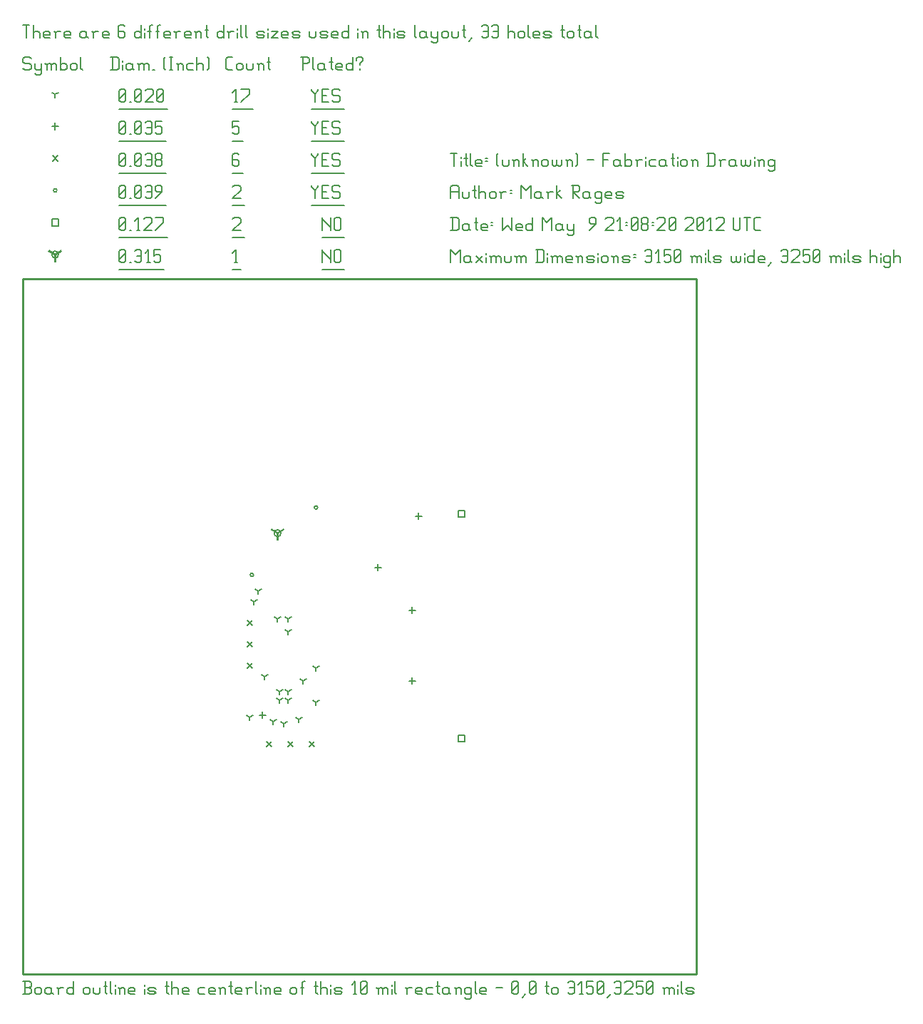
<source format=gbr>
G04 start of page 13 for group -3984 idx -3984 *
G04 Title: (unknown), fab *
G04 Creator: pcb 20091103 *
G04 CreationDate: Wed May  9 21:08:20 2012 UTC *
G04 For: markrages *
G04 Format: Gerber/RS-274X *
G04 PCB-Dimensions: 315000 325000 *
G04 PCB-Coordinate-Origin: lower left *
%MOIN*%
%FSLAX25Y25*%
%LNFAB*%
%ADD11C,0.0200*%
%ADD12C,0.0100*%
%ADD31R,0.0080X0.0080*%
%ADD32C,0.0060*%
G54D31*X119000Y206000D02*Y202800D01*
G54D11*G36*
X118453Y206147D02*X121919Y208147D01*
X122319Y207454D01*
X118853Y205454D01*
X118453Y206147D01*
G37*
G36*
X119146Y205454D02*X115680Y207454D01*
X116080Y208147D01*
X119546Y206147D01*
X119146Y205454D01*
G37*
G54D31*X117400Y206000D02*G75*G03X120600Y206000I1600J0D01*G01*
G75*G03X117400Y206000I-1600J0D01*G01*
X15000Y336250D02*Y333050D01*
G54D11*G36*
X14453Y336396D02*X17919Y338396D01*
X18319Y337703D01*
X14853Y335703D01*
X14453Y336396D01*
G37*
G36*
X15146Y335703D02*X11680Y337703D01*
X12080Y338396D01*
X15546Y336396D01*
X15146Y335703D01*
G37*
G54D31*X13400Y336250D02*G75*G03X16600Y336250I1600J0D01*G01*
G75*G03X13400Y336250I-1600J0D01*G01*
G54D32*X140000Y338500D02*Y332500D01*
Y338500D02*Y337750D01*
X143750Y334000D01*
Y338500D02*Y332500D01*
X145551Y337750D02*Y333250D01*
Y337750D02*X146301Y338500D01*
X147801D01*
X148551Y337750D01*
Y333250D01*
X147801Y332500D02*X148551Y333250D01*
X146301Y332500D02*X147801D01*
X145551Y333250D02*X146301Y332500D01*
X140000Y329249D02*X150353D01*
X98750Y332500D02*X100250D01*
X99500Y338500D02*Y332500D01*
X98000Y337000D02*X99500Y338500D01*
X98000Y329249D02*X102051D01*
X45000Y333250D02*X45750Y332500D01*
X45000Y337750D02*Y333250D01*
Y337750D02*X45750Y338500D01*
X47250D01*
X48000Y337750D01*
Y333250D01*
X47250Y332500D02*X48000Y333250D01*
X45750Y332500D02*X47250D01*
X45000Y334000D02*X48000Y337000D01*
X49801Y332500D02*X50551D01*
X52353Y337750D02*X53103Y338500D01*
X54603D01*
X55353Y337750D01*
Y333250D01*
X54603Y332500D02*X55353Y333250D01*
X53103Y332500D02*X54603D01*
X52353Y333250D02*X53103Y332500D01*
Y335500D02*X55353D01*
X57904Y332500D02*X59404D01*
X58654Y338500D02*Y332500D01*
X57154Y337000D02*X58654Y338500D01*
X61206D02*X64206D01*
X61206D02*Y335500D01*
X61956Y336250D01*
X63456D01*
X64206Y335500D01*
Y333250D01*
X63456Y332500D02*X64206Y333250D01*
X61956Y332500D02*X63456D01*
X61206Y333250D02*X61956Y332500D01*
X45000Y329249D02*X66007D01*
X203400Y111600D02*X206600D01*
X203400D02*Y108400D01*
X206600D01*
Y111600D02*Y108400D01*
X203400Y216600D02*X206600D01*
X203400D02*Y213400D01*
X206600D01*
Y216600D02*Y213400D01*
X13400Y352850D02*X16600D01*
X13400D02*Y349650D01*
X16600D01*
Y352850D02*Y349650D01*
X140000Y353500D02*Y347500D01*
Y353500D02*Y352750D01*
X143750Y349000D01*
Y353500D02*Y347500D01*
X145551Y352750D02*Y348250D01*
Y352750D02*X146301Y353500D01*
X147801D01*
X148551Y352750D01*
Y348250D01*
X147801Y347500D02*X148551Y348250D01*
X146301Y347500D02*X147801D01*
X145551Y348250D02*X146301Y347500D01*
X140000Y344249D02*X150353D01*
X98000Y352750D02*X98750Y353500D01*
X101000D01*
X101750Y352750D01*
Y351250D01*
X98000Y347500D02*X101750Y351250D01*
X98000Y347500D02*X101750D01*
X98000Y344249D02*X103551D01*
X45000Y348250D02*X45750Y347500D01*
X45000Y352750D02*Y348250D01*
Y352750D02*X45750Y353500D01*
X47250D01*
X48000Y352750D01*
Y348250D01*
X47250Y347500D02*X48000Y348250D01*
X45750Y347500D02*X47250D01*
X45000Y349000D02*X48000Y352000D01*
X49801Y347500D02*X50551D01*
X53103D02*X54603D01*
X53853Y353500D02*Y347500D01*
X52353Y352000D02*X53853Y353500D01*
X56404Y352750D02*X57154Y353500D01*
X59404D01*
X60154Y352750D01*
Y351250D01*
X56404Y347500D02*X60154Y351250D01*
X56404Y347500D02*X60154D01*
X61956D02*X65706Y351250D01*
Y353500D02*Y351250D01*
X61956Y353500D02*X65706D01*
X45000Y344249D02*X67507D01*
X106200Y186501D02*G75*G03X107800Y186501I800J0D01*G01*
G75*G03X106200Y186501I-800J0D01*G01*
X136200Y218000D02*G75*G03X137800Y218000I800J0D01*G01*
G75*G03X136200Y218000I-800J0D01*G01*
X14200Y366250D02*G75*G03X15800Y366250I800J0D01*G01*
G75*G03X14200Y366250I-800J0D01*G01*
X135000Y368500D02*Y367750D01*
X136500Y366250D01*
X138000Y367750D01*
Y368500D02*Y367750D01*
X136500Y366250D02*Y362500D01*
X139801Y365500D02*X142051D01*
X139801Y362500D02*X142801D01*
X139801Y368500D02*Y362500D01*
Y368500D02*X142801D01*
X147603D02*X148353Y367750D01*
X145353Y368500D02*X147603D01*
X144603Y367750D02*X145353Y368500D01*
X144603Y367750D02*Y366250D01*
X145353Y365500D01*
X147603D01*
X148353Y364750D01*
Y363250D01*
X147603Y362500D02*X148353Y363250D01*
X145353Y362500D02*X147603D01*
X144603Y363250D02*X145353Y362500D01*
X135000Y359249D02*X150154D01*
X98000Y367750D02*X98750Y368500D01*
X101000D01*
X101750Y367750D01*
Y366250D01*
X98000Y362500D02*X101750Y366250D01*
X98000Y362500D02*X101750D01*
X98000Y359249D02*X103551D01*
X45000Y363250D02*X45750Y362500D01*
X45000Y367750D02*Y363250D01*
Y367750D02*X45750Y368500D01*
X47250D01*
X48000Y367750D01*
Y363250D01*
X47250Y362500D02*X48000Y363250D01*
X45750Y362500D02*X47250D01*
X45000Y364000D02*X48000Y367000D01*
X49801Y362500D02*X50551D01*
X52353Y363250D02*X53103Y362500D01*
X52353Y367750D02*Y363250D01*
Y367750D02*X53103Y368500D01*
X54603D01*
X55353Y367750D01*
Y363250D01*
X54603Y362500D02*X55353Y363250D01*
X53103Y362500D02*X54603D01*
X52353Y364000D02*X55353Y367000D01*
X57154Y367750D02*X57904Y368500D01*
X59404D01*
X60154Y367750D01*
Y363250D01*
X59404Y362500D02*X60154Y363250D01*
X57904Y362500D02*X59404D01*
X57154Y363250D02*X57904Y362500D01*
Y365500D02*X60154D01*
X61956Y362500D02*X64956Y365500D01*
Y367750D02*Y365500D01*
X64206Y368500D02*X64956Y367750D01*
X62706Y368500D02*X64206D01*
X61956Y367750D02*X62706Y368500D01*
X61956Y367750D02*Y366250D01*
X62706Y365500D01*
X64956D01*
X45000Y359249D02*X66757D01*
X104800Y165200D02*X107200Y162800D01*
X104800D02*X107200Y165200D01*
X104800Y155200D02*X107200Y152800D01*
X104800D02*X107200Y155200D01*
X104800Y145200D02*X107200Y142800D01*
X104800D02*X107200Y145200D01*
X133800Y108700D02*X136200Y106300D01*
X133800D02*X136200Y108700D01*
X123800D02*X126200Y106300D01*
X123800D02*X126200Y108700D01*
X113800D02*X116200Y106300D01*
X113800D02*X116200Y108700D01*
X13800Y382450D02*X16200Y380050D01*
X13800D02*X16200Y382450D01*
X135000Y383500D02*Y382750D01*
X136500Y381250D01*
X138000Y382750D01*
Y383500D02*Y382750D01*
X136500Y381250D02*Y377500D01*
X139801Y380500D02*X142051D01*
X139801Y377500D02*X142801D01*
X139801Y383500D02*Y377500D01*
Y383500D02*X142801D01*
X147603D02*X148353Y382750D01*
X145353Y383500D02*X147603D01*
X144603Y382750D02*X145353Y383500D01*
X144603Y382750D02*Y381250D01*
X145353Y380500D01*
X147603D01*
X148353Y379750D01*
Y378250D01*
X147603Y377500D02*X148353Y378250D01*
X145353Y377500D02*X147603D01*
X144603Y378250D02*X145353Y377500D01*
X135000Y374249D02*X150154D01*
X100250Y383500D02*X101000Y382750D01*
X98750Y383500D02*X100250D01*
X98000Y382750D02*X98750Y383500D01*
X98000Y382750D02*Y378250D01*
X98750Y377500D01*
X100250Y380500D02*X101000Y379750D01*
X98000Y380500D02*X100250D01*
X98750Y377500D02*X100250D01*
X101000Y378250D01*
Y379750D02*Y378250D01*
X98000Y374249D02*X102801D01*
X45000Y378250D02*X45750Y377500D01*
X45000Y382750D02*Y378250D01*
Y382750D02*X45750Y383500D01*
X47250D01*
X48000Y382750D01*
Y378250D01*
X47250Y377500D02*X48000Y378250D01*
X45750Y377500D02*X47250D01*
X45000Y379000D02*X48000Y382000D01*
X49801Y377500D02*X50551D01*
X52353Y378250D02*X53103Y377500D01*
X52353Y382750D02*Y378250D01*
Y382750D02*X53103Y383500D01*
X54603D01*
X55353Y382750D01*
Y378250D01*
X54603Y377500D02*X55353Y378250D01*
X53103Y377500D02*X54603D01*
X52353Y379000D02*X55353Y382000D01*
X57154Y382750D02*X57904Y383500D01*
X59404D01*
X60154Y382750D01*
Y378250D01*
X59404Y377500D02*X60154Y378250D01*
X57904Y377500D02*X59404D01*
X57154Y378250D02*X57904Y377500D01*
Y380500D02*X60154D01*
X61956Y378250D02*X62706Y377500D01*
X61956Y379750D02*Y378250D01*
Y379750D02*X62706Y380500D01*
X64206D01*
X64956Y379750D01*
Y378250D01*
X64206Y377500D02*X64956Y378250D01*
X62706Y377500D02*X64206D01*
X61956Y381250D02*X62706Y380500D01*
X61956Y382750D02*Y381250D01*
Y382750D02*X62706Y383500D01*
X64206D01*
X64956Y382750D01*
Y381250D01*
X64206Y380500D02*X64956Y381250D01*
X45000Y374249D02*X66757D01*
X182000Y138600D02*Y135400D01*
X180400Y137000D02*X183600D01*
X182000Y171600D02*Y168400D01*
X180400Y170000D02*X183600D01*
X185000Y215600D02*Y212400D01*
X183400Y214000D02*X186600D01*
X112000Y122600D02*Y119400D01*
X110400Y121000D02*X113600D01*
X166000Y191600D02*Y188400D01*
X164400Y190000D02*X167600D01*
X15000Y397850D02*Y394650D01*
X13400Y396250D02*X16600D01*
X135000Y398500D02*Y397750D01*
X136500Y396250D01*
X138000Y397750D01*
Y398500D02*Y397750D01*
X136500Y396250D02*Y392500D01*
X139801Y395500D02*X142051D01*
X139801Y392500D02*X142801D01*
X139801Y398500D02*Y392500D01*
Y398500D02*X142801D01*
X147603D02*X148353Y397750D01*
X145353Y398500D02*X147603D01*
X144603Y397750D02*X145353Y398500D01*
X144603Y397750D02*Y396250D01*
X145353Y395500D01*
X147603D01*
X148353Y394750D01*
Y393250D01*
X147603Y392500D02*X148353Y393250D01*
X145353Y392500D02*X147603D01*
X144603Y393250D02*X145353Y392500D01*
X135000Y389249D02*X150154D01*
X98000Y398500D02*X101000D01*
X98000D02*Y395500D01*
X98750Y396250D01*
X100250D01*
X101000Y395500D01*
Y393250D01*
X100250Y392500D02*X101000Y393250D01*
X98750Y392500D02*X100250D01*
X98000Y393250D02*X98750Y392500D01*
X98000Y389249D02*X102801D01*
X45000Y393250D02*X45750Y392500D01*
X45000Y397750D02*Y393250D01*
Y397750D02*X45750Y398500D01*
X47250D01*
X48000Y397750D01*
Y393250D01*
X47250Y392500D02*X48000Y393250D01*
X45750Y392500D02*X47250D01*
X45000Y394000D02*X48000Y397000D01*
X49801Y392500D02*X50551D01*
X52353Y393250D02*X53103Y392500D01*
X52353Y397750D02*Y393250D01*
Y397750D02*X53103Y398500D01*
X54603D01*
X55353Y397750D01*
Y393250D01*
X54603Y392500D02*X55353Y393250D01*
X53103Y392500D02*X54603D01*
X52353Y394000D02*X55353Y397000D01*
X57154Y397750D02*X57904Y398500D01*
X59404D01*
X60154Y397750D01*
Y393250D01*
X59404Y392500D02*X60154Y393250D01*
X57904Y392500D02*X59404D01*
X57154Y393250D02*X57904Y392500D01*
Y395500D02*X60154D01*
X61956Y398500D02*X64956D01*
X61956D02*Y395500D01*
X62706Y396250D01*
X64206D01*
X64956Y395500D01*
Y393250D01*
X64206Y392500D02*X64956Y393250D01*
X62706Y392500D02*X64206D01*
X61956Y393250D02*X62706Y392500D01*
X45000Y389249D02*X66757D01*
X129000Y119000D02*Y117400D01*
Y119000D02*X130386Y119800D01*
X129000Y119000D02*X127614Y119800D01*
X137000Y127000D02*Y125400D01*
Y127000D02*X138386Y127800D01*
X137000Y127000D02*X135614Y127800D01*
X137000Y143000D02*Y141400D01*
Y143000D02*X138386Y143800D01*
X137000Y143000D02*X135614Y143800D01*
X106000Y120000D02*Y118400D01*
Y120000D02*X107386Y120800D01*
X106000Y120000D02*X104614Y120800D01*
X117000Y118000D02*Y116400D01*
Y118000D02*X118386Y118800D01*
X117000Y118000D02*X115614Y118800D01*
X124000Y128000D02*Y126400D01*
Y128000D02*X125386Y128800D01*
X124000Y128000D02*X122614Y128800D01*
X124000Y160000D02*Y158400D01*
Y160000D02*X125386Y160800D01*
X124000Y160000D02*X122614Y160800D01*
X124000Y166000D02*Y164400D01*
Y166000D02*X125386Y166800D01*
X124000Y166000D02*X122614Y166800D01*
X119000Y166000D02*Y164400D01*
Y166000D02*X120386Y166800D01*
X119000Y166000D02*X117614Y166800D01*
X110000Y179000D02*Y177400D01*
Y179000D02*X111386Y179800D01*
X110000Y179000D02*X108614Y179800D01*
X108000Y174000D02*Y172400D01*
Y174000D02*X109386Y174800D01*
X108000Y174000D02*X106614Y174800D01*
X122000Y117000D02*Y115400D01*
Y117000D02*X123386Y117800D01*
X122000Y117000D02*X120614Y117800D01*
X113000Y139000D02*Y137400D01*
Y139000D02*X114386Y139800D01*
X113000Y139000D02*X111614Y139800D01*
X124000Y132000D02*Y130400D01*
Y132000D02*X125386Y132800D01*
X124000Y132000D02*X122614Y132800D01*
X120000Y132000D02*Y130400D01*
Y132000D02*X121386Y132800D01*
X120000Y132000D02*X118614Y132800D01*
X120000Y128000D02*Y126400D01*
Y128000D02*X121386Y128800D01*
X120000Y128000D02*X118614Y128800D01*
X131000Y137000D02*Y135400D01*
Y137000D02*X132386Y137800D01*
X131000Y137000D02*X129614Y137800D01*
X15000Y411250D02*Y409650D01*
Y411250D02*X16386Y412050D01*
X15000Y411250D02*X13614Y412050D01*
X135000Y413500D02*Y412750D01*
X136500Y411250D01*
X138000Y412750D01*
Y413500D02*Y412750D01*
X136500Y411250D02*Y407500D01*
X139801Y410500D02*X142051D01*
X139801Y407500D02*X142801D01*
X139801Y413500D02*Y407500D01*
Y413500D02*X142801D01*
X147603D02*X148353Y412750D01*
X145353Y413500D02*X147603D01*
X144603Y412750D02*X145353Y413500D01*
X144603Y412750D02*Y411250D01*
X145353Y410500D01*
X147603D01*
X148353Y409750D01*
Y408250D01*
X147603Y407500D02*X148353Y408250D01*
X145353Y407500D02*X147603D01*
X144603Y408250D02*X145353Y407500D01*
X135000Y404249D02*X150154D01*
X98750Y407500D02*X100250D01*
X99500Y413500D02*Y407500D01*
X98000Y412000D02*X99500Y413500D01*
X102051Y407500D02*X105801Y411250D01*
Y413500D02*Y411250D01*
X102051Y413500D02*X105801D01*
X98000Y404249D02*X107603D01*
X45000Y408250D02*X45750Y407500D01*
X45000Y412750D02*Y408250D01*
Y412750D02*X45750Y413500D01*
X47250D01*
X48000Y412750D01*
Y408250D01*
X47250Y407500D02*X48000Y408250D01*
X45750Y407500D02*X47250D01*
X45000Y409000D02*X48000Y412000D01*
X49801Y407500D02*X50551D01*
X52353Y408250D02*X53103Y407500D01*
X52353Y412750D02*Y408250D01*
Y412750D02*X53103Y413500D01*
X54603D01*
X55353Y412750D01*
Y408250D01*
X54603Y407500D02*X55353Y408250D01*
X53103Y407500D02*X54603D01*
X52353Y409000D02*X55353Y412000D01*
X57154Y412750D02*X57904Y413500D01*
X60154D01*
X60904Y412750D01*
Y411250D01*
X57154Y407500D02*X60904Y411250D01*
X57154Y407500D02*X60904D01*
X62706Y408250D02*X63456Y407500D01*
X62706Y412750D02*Y408250D01*
Y412750D02*X63456Y413500D01*
X64956D01*
X65706Y412750D01*
Y408250D01*
X64956Y407500D02*X65706Y408250D01*
X63456Y407500D02*X64956D01*
X62706Y409000D02*X65706Y412000D01*
X45000Y404249D02*X67507D01*
X3000Y428500D02*X3750Y427750D01*
X750Y428500D02*X3000D01*
X0Y427750D02*X750Y428500D01*
X0Y427750D02*Y426250D01*
X750Y425500D01*
X3000D01*
X3750Y424750D01*
Y423250D01*
X3000Y422500D02*X3750Y423250D01*
X750Y422500D02*X3000D01*
X0Y423250D02*X750Y422500D01*
X5551Y425500D02*Y423250D01*
X6301Y422500D01*
X8551Y425500D02*Y421000D01*
X7801Y420250D02*X8551Y421000D01*
X6301Y420250D02*X7801D01*
X5551Y421000D02*X6301Y420250D01*
Y422500D02*X7801D01*
X8551Y423250D01*
X11103Y424750D02*Y422500D01*
Y424750D02*X11853Y425500D01*
X12603D01*
X13353Y424750D01*
Y422500D01*
Y424750D02*X14103Y425500D01*
X14853D01*
X15603Y424750D01*
Y422500D01*
X10353Y425500D02*X11103Y424750D01*
X17404Y428500D02*Y422500D01*
Y423250D02*X18154Y422500D01*
X19654D01*
X20404Y423250D01*
Y424750D02*Y423250D01*
X19654Y425500D02*X20404Y424750D01*
X18154Y425500D02*X19654D01*
X17404Y424750D02*X18154Y425500D01*
X22206Y424750D02*Y423250D01*
Y424750D02*X22956Y425500D01*
X24456D01*
X25206Y424750D01*
Y423250D01*
X24456Y422500D02*X25206Y423250D01*
X22956Y422500D02*X24456D01*
X22206Y423250D02*X22956Y422500D01*
X27007Y428500D02*Y423250D01*
X27757Y422500D01*
X41750Y428500D02*Y422500D01*
X44000Y428500D02*X44750Y427750D01*
Y423250D01*
X44000Y422500D02*X44750Y423250D01*
X41000Y422500D02*X44000D01*
X41000Y428500D02*X44000D01*
X46551Y427000D02*Y426250D01*
Y424750D02*Y422500D01*
X50303Y425500D02*X51053Y424750D01*
X48803Y425500D02*X50303D01*
X48053Y424750D02*X48803Y425500D01*
X48053Y424750D02*Y423250D01*
X48803Y422500D01*
X51053Y425500D02*Y423250D01*
X51803Y422500D01*
X48803D02*X50303D01*
X51053Y423250D01*
X54354Y424750D02*Y422500D01*
Y424750D02*X55104Y425500D01*
X55854D01*
X56604Y424750D01*
Y422500D01*
Y424750D02*X57354Y425500D01*
X58104D01*
X58854Y424750D01*
Y422500D01*
X53604Y425500D02*X54354Y424750D01*
X60656Y422500D02*X61406D01*
X65907Y423250D02*X66657Y422500D01*
X65907Y427750D02*X66657Y428500D01*
X65907Y427750D02*Y423250D01*
X68459Y428500D02*X69959D01*
X69209D02*Y422500D01*
X68459D02*X69959D01*
X72510Y424750D02*Y422500D01*
Y424750D02*X73260Y425500D01*
X74010D01*
X74760Y424750D01*
Y422500D01*
X71760Y425500D02*X72510Y424750D01*
X77312Y425500D02*X79562D01*
X76562Y424750D02*X77312Y425500D01*
X76562Y424750D02*Y423250D01*
X77312Y422500D01*
X79562D01*
X81363Y428500D02*Y422500D01*
Y424750D02*X82113Y425500D01*
X83613D01*
X84363Y424750D01*
Y422500D01*
X86165Y428500D02*X86915Y427750D01*
Y423250D01*
X86165Y422500D02*X86915Y423250D01*
X95750Y422500D02*X98000D01*
X95000Y423250D02*X95750Y422500D01*
X95000Y427750D02*Y423250D01*
Y427750D02*X95750Y428500D01*
X98000D01*
X99801Y424750D02*Y423250D01*
Y424750D02*X100551Y425500D01*
X102051D01*
X102801Y424750D01*
Y423250D01*
X102051Y422500D02*X102801Y423250D01*
X100551Y422500D02*X102051D01*
X99801Y423250D02*X100551Y422500D01*
X104603Y425500D02*Y423250D01*
X105353Y422500D01*
X106853D01*
X107603Y423250D01*
Y425500D02*Y423250D01*
X110154Y424750D02*Y422500D01*
Y424750D02*X110904Y425500D01*
X111654D01*
X112404Y424750D01*
Y422500D01*
X109404Y425500D02*X110154Y424750D01*
X114956Y428500D02*Y423250D01*
X115706Y422500D01*
X114206Y426250D02*X115706D01*
X130750Y428500D02*Y422500D01*
X130000Y428500D02*X133000D01*
X133750Y427750D01*
Y426250D01*
X133000Y425500D02*X133750Y426250D01*
X130750Y425500D02*X133000D01*
X135551Y428500D02*Y423250D01*
X136301Y422500D01*
X140053Y425500D02*X140803Y424750D01*
X138553Y425500D02*X140053D01*
X137803Y424750D02*X138553Y425500D01*
X137803Y424750D02*Y423250D01*
X138553Y422500D01*
X140803Y425500D02*Y423250D01*
X141553Y422500D01*
X138553D02*X140053D01*
X140803Y423250D01*
X144104Y428500D02*Y423250D01*
X144854Y422500D01*
X143354Y426250D02*X144854D01*
X147106Y422500D02*X149356D01*
X146356Y423250D02*X147106Y422500D01*
X146356Y424750D02*Y423250D01*
Y424750D02*X147106Y425500D01*
X148606D01*
X149356Y424750D01*
X146356Y424000D02*X149356D01*
Y424750D02*Y424000D01*
X154157Y428500D02*Y422500D01*
X153407D02*X154157Y423250D01*
X151907Y422500D02*X153407D01*
X151157Y423250D02*X151907Y422500D01*
X151157Y424750D02*Y423250D01*
Y424750D02*X151907Y425500D01*
X153407D01*
X154157Y424750D01*
X157459Y425500D02*Y424750D01*
Y423250D02*Y422500D01*
X155959Y427750D02*Y427000D01*
Y427750D02*X156709Y428500D01*
X158209D01*
X158959Y427750D01*
Y427000D01*
X157459Y425500D02*X158959Y427000D01*
X0Y443500D02*X3000D01*
X1500D02*Y437500D01*
X4801Y443500D02*Y437500D01*
Y439750D02*X5551Y440500D01*
X7051D01*
X7801Y439750D01*
Y437500D01*
X10353D02*X12603D01*
X9603Y438250D02*X10353Y437500D01*
X9603Y439750D02*Y438250D01*
Y439750D02*X10353Y440500D01*
X11853D01*
X12603Y439750D01*
X9603Y439000D02*X12603D01*
Y439750D02*Y439000D01*
X15154Y439750D02*Y437500D01*
Y439750D02*X15904Y440500D01*
X17404D01*
X14404D02*X15154Y439750D01*
X19956Y437500D02*X22206D01*
X19206Y438250D02*X19956Y437500D01*
X19206Y439750D02*Y438250D01*
Y439750D02*X19956Y440500D01*
X21456D01*
X22206Y439750D01*
X19206Y439000D02*X22206D01*
Y439750D02*Y439000D01*
X28957Y440500D02*X29707Y439750D01*
X27457Y440500D02*X28957D01*
X26707Y439750D02*X27457Y440500D01*
X26707Y439750D02*Y438250D01*
X27457Y437500D01*
X29707Y440500D02*Y438250D01*
X30457Y437500D01*
X27457D02*X28957D01*
X29707Y438250D01*
X33009Y439750D02*Y437500D01*
Y439750D02*X33759Y440500D01*
X35259D01*
X32259D02*X33009Y439750D01*
X37810Y437500D02*X40060D01*
X37060Y438250D02*X37810Y437500D01*
X37060Y439750D02*Y438250D01*
Y439750D02*X37810Y440500D01*
X39310D01*
X40060Y439750D01*
X37060Y439000D02*X40060D01*
Y439750D02*Y439000D01*
X46812Y443500D02*X47562Y442750D01*
X45312Y443500D02*X46812D01*
X44562Y442750D02*X45312Y443500D01*
X44562Y442750D02*Y438250D01*
X45312Y437500D01*
X46812Y440500D02*X47562Y439750D01*
X44562Y440500D02*X46812D01*
X45312Y437500D02*X46812D01*
X47562Y438250D01*
Y439750D02*Y438250D01*
X55063Y443500D02*Y437500D01*
X54313D02*X55063Y438250D01*
X52813Y437500D02*X54313D01*
X52063Y438250D02*X52813Y437500D01*
X52063Y439750D02*Y438250D01*
Y439750D02*X52813Y440500D01*
X54313D01*
X55063Y439750D01*
X56865Y442000D02*Y441250D01*
Y439750D02*Y437500D01*
X59116Y442750D02*Y437500D01*
Y442750D02*X59866Y443500D01*
X60616D01*
X58366Y440500D02*X59866D01*
X62868Y442750D02*Y437500D01*
Y442750D02*X63618Y443500D01*
X64368D01*
X62118Y440500D02*X63618D01*
X66619Y437500D02*X68869D01*
X65869Y438250D02*X66619Y437500D01*
X65869Y439750D02*Y438250D01*
Y439750D02*X66619Y440500D01*
X68119D01*
X68869Y439750D01*
X65869Y439000D02*X68869D01*
Y439750D02*Y439000D01*
X71421Y439750D02*Y437500D01*
Y439750D02*X72171Y440500D01*
X73671D01*
X70671D02*X71421Y439750D01*
X76222Y437500D02*X78472D01*
X75472Y438250D02*X76222Y437500D01*
X75472Y439750D02*Y438250D01*
Y439750D02*X76222Y440500D01*
X77722D01*
X78472Y439750D01*
X75472Y439000D02*X78472D01*
Y439750D02*Y439000D01*
X81024Y439750D02*Y437500D01*
Y439750D02*X81774Y440500D01*
X82524D01*
X83274Y439750D01*
Y437500D01*
X80274Y440500D02*X81024Y439750D01*
X85825Y443500D02*Y438250D01*
X86575Y437500D01*
X85075Y441250D02*X86575D01*
X93777Y443500D02*Y437500D01*
X93027D02*X93777Y438250D01*
X91527Y437500D02*X93027D01*
X90777Y438250D02*X91527Y437500D01*
X90777Y439750D02*Y438250D01*
Y439750D02*X91527Y440500D01*
X93027D01*
X93777Y439750D01*
X96328D02*Y437500D01*
Y439750D02*X97078Y440500D01*
X98578D01*
X95578D02*X96328Y439750D01*
X100380Y442000D02*Y441250D01*
Y439750D02*Y437500D01*
X101881Y443500D02*Y438250D01*
X102631Y437500D01*
X104133Y443500D02*Y438250D01*
X104883Y437500D01*
X109834D02*X112084D01*
X112834Y438250D01*
X112084Y439000D02*X112834Y438250D01*
X109834Y439000D02*X112084D01*
X109084Y439750D02*X109834Y439000D01*
X109084Y439750D02*X109834Y440500D01*
X112084D01*
X112834Y439750D01*
X109084Y438250D02*X109834Y437500D01*
X114636Y442000D02*Y441250D01*
Y439750D02*Y437500D01*
X116137Y440500D02*X119137D01*
X116137Y437500D02*X119137Y440500D01*
X116137Y437500D02*X119137D01*
X121689D02*X123939D01*
X120939Y438250D02*X121689Y437500D01*
X120939Y439750D02*Y438250D01*
Y439750D02*X121689Y440500D01*
X123189D01*
X123939Y439750D01*
X120939Y439000D02*X123939D01*
Y439750D02*Y439000D01*
X126490Y437500D02*X128740D01*
X129490Y438250D01*
X128740Y439000D02*X129490Y438250D01*
X126490Y439000D02*X128740D01*
X125740Y439750D02*X126490Y439000D01*
X125740Y439750D02*X126490Y440500D01*
X128740D01*
X129490Y439750D01*
X125740Y438250D02*X126490Y437500D01*
X133992Y440500D02*Y438250D01*
X134742Y437500D01*
X136242D01*
X136992Y438250D01*
Y440500D02*Y438250D01*
X139543Y437500D02*X141793D01*
X142543Y438250D01*
X141793Y439000D02*X142543Y438250D01*
X139543Y439000D02*X141793D01*
X138793Y439750D02*X139543Y439000D01*
X138793Y439750D02*X139543Y440500D01*
X141793D01*
X142543Y439750D01*
X138793Y438250D02*X139543Y437500D01*
X145095D02*X147345D01*
X144345Y438250D02*X145095Y437500D01*
X144345Y439750D02*Y438250D01*
Y439750D02*X145095Y440500D01*
X146595D01*
X147345Y439750D01*
X144345Y439000D02*X147345D01*
Y439750D02*Y439000D01*
X152146Y443500D02*Y437500D01*
X151396D02*X152146Y438250D01*
X149896Y437500D02*X151396D01*
X149146Y438250D02*X149896Y437500D01*
X149146Y439750D02*Y438250D01*
Y439750D02*X149896Y440500D01*
X151396D01*
X152146Y439750D01*
X156648Y442000D02*Y441250D01*
Y439750D02*Y437500D01*
X158899Y439750D02*Y437500D01*
Y439750D02*X159649Y440500D01*
X160399D01*
X161149Y439750D01*
Y437500D01*
X158149Y440500D02*X158899Y439750D01*
X166401Y443500D02*Y438250D01*
X167151Y437500D01*
X165651Y441250D02*X167151D01*
X168652Y443500D02*Y437500D01*
Y439750D02*X169402Y440500D01*
X170902D01*
X171652Y439750D01*
Y437500D01*
X173454Y442000D02*Y441250D01*
Y439750D02*Y437500D01*
X175705D02*X177955D01*
X178705Y438250D01*
X177955Y439000D02*X178705Y438250D01*
X175705Y439000D02*X177955D01*
X174955Y439750D02*X175705Y439000D01*
X174955Y439750D02*X175705Y440500D01*
X177955D01*
X178705Y439750D01*
X174955Y438250D02*X175705Y437500D01*
X183207Y443500D02*Y438250D01*
X183957Y437500D01*
X187708Y440500D02*X188458Y439750D01*
X186208Y440500D02*X187708D01*
X185458Y439750D02*X186208Y440500D01*
X185458Y439750D02*Y438250D01*
X186208Y437500D01*
X188458Y440500D02*Y438250D01*
X189208Y437500D01*
X186208D02*X187708D01*
X188458Y438250D01*
X191010Y440500D02*Y438250D01*
X191760Y437500D01*
X194010Y440500D02*Y436000D01*
X193260Y435250D02*X194010Y436000D01*
X191760Y435250D02*X193260D01*
X191010Y436000D02*X191760Y435250D01*
Y437500D02*X193260D01*
X194010Y438250D01*
X195811Y439750D02*Y438250D01*
Y439750D02*X196561Y440500D01*
X198061D01*
X198811Y439750D01*
Y438250D01*
X198061Y437500D02*X198811Y438250D01*
X196561Y437500D02*X198061D01*
X195811Y438250D02*X196561Y437500D01*
X200613Y440500D02*Y438250D01*
X201363Y437500D01*
X202863D01*
X203613Y438250D01*
Y440500D02*Y438250D01*
X206164Y443500D02*Y438250D01*
X206914Y437500D01*
X205414Y441250D02*X206914D01*
X208416Y436000D02*X209916Y437500D01*
X214417Y442750D02*X215167Y443500D01*
X216667D01*
X217417Y442750D01*
Y438250D01*
X216667Y437500D02*X217417Y438250D01*
X215167Y437500D02*X216667D01*
X214417Y438250D02*X215167Y437500D01*
Y440500D02*X217417D01*
X219219Y442750D02*X219969Y443500D01*
X221469D01*
X222219Y442750D01*
Y438250D01*
X221469Y437500D02*X222219Y438250D01*
X219969Y437500D02*X221469D01*
X219219Y438250D02*X219969Y437500D01*
Y440500D02*X222219D01*
X226720Y443500D02*Y437500D01*
Y439750D02*X227470Y440500D01*
X228970D01*
X229720Y439750D01*
Y437500D01*
X231522Y439750D02*Y438250D01*
Y439750D02*X232272Y440500D01*
X233772D01*
X234522Y439750D01*
Y438250D01*
X233772Y437500D02*X234522Y438250D01*
X232272Y437500D02*X233772D01*
X231522Y438250D02*X232272Y437500D01*
X236323Y443500D02*Y438250D01*
X237073Y437500D01*
X239325D02*X241575D01*
X238575Y438250D02*X239325Y437500D01*
X238575Y439750D02*Y438250D01*
Y439750D02*X239325Y440500D01*
X240825D01*
X241575Y439750D01*
X238575Y439000D02*X241575D01*
Y439750D02*Y439000D01*
X244126Y437500D02*X246376D01*
X247126Y438250D01*
X246376Y439000D02*X247126Y438250D01*
X244126Y439000D02*X246376D01*
X243376Y439750D02*X244126Y439000D01*
X243376Y439750D02*X244126Y440500D01*
X246376D01*
X247126Y439750D01*
X243376Y438250D02*X244126Y437500D01*
X252378Y443500D02*Y438250D01*
X253128Y437500D01*
X251628Y441250D02*X253128D01*
X254629Y439750D02*Y438250D01*
Y439750D02*X255379Y440500D01*
X256879D01*
X257629Y439750D01*
Y438250D01*
X256879Y437500D02*X257629Y438250D01*
X255379Y437500D02*X256879D01*
X254629Y438250D02*X255379Y437500D01*
X260181Y443500D02*Y438250D01*
X260931Y437500D01*
X259431Y441250D02*X260931D01*
X264682Y440500D02*X265432Y439750D01*
X263182Y440500D02*X264682D01*
X262432Y439750D02*X263182Y440500D01*
X262432Y439750D02*Y438250D01*
X263182Y437500D01*
X265432Y440500D02*Y438250D01*
X266182Y437500D01*
X263182D02*X264682D01*
X265432Y438250D01*
X267984Y443500D02*Y438250D01*
X268734Y437500D01*
G54D12*X0Y325000D02*X315000D01*
X0D02*Y0D01*
X315000Y325000D02*Y0D01*
X0D02*X315000D01*
G54D32*X200000Y338500D02*Y332500D01*
Y338500D02*X202250Y336250D01*
X204500Y338500D01*
Y332500D01*
X208551Y335500D02*X209301Y334750D01*
X207051Y335500D02*X208551D01*
X206301Y334750D02*X207051Y335500D01*
X206301Y334750D02*Y333250D01*
X207051Y332500D01*
X209301Y335500D02*Y333250D01*
X210051Y332500D01*
X207051D02*X208551D01*
X209301Y333250D01*
X211853Y335500D02*X214853Y332500D01*
X211853D02*X214853Y335500D01*
X216654Y337000D02*Y336250D01*
Y334750D02*Y332500D01*
X218906Y334750D02*Y332500D01*
Y334750D02*X219656Y335500D01*
X220406D01*
X221156Y334750D01*
Y332500D01*
Y334750D02*X221906Y335500D01*
X222656D01*
X223406Y334750D01*
Y332500D01*
X218156Y335500D02*X218906Y334750D01*
X225207Y335500D02*Y333250D01*
X225957Y332500D01*
X227457D01*
X228207Y333250D01*
Y335500D02*Y333250D01*
X230759Y334750D02*Y332500D01*
Y334750D02*X231509Y335500D01*
X232259D01*
X233009Y334750D01*
Y332500D01*
Y334750D02*X233759Y335500D01*
X234509D01*
X235259Y334750D01*
Y332500D01*
X230009Y335500D02*X230759Y334750D01*
X240510Y338500D02*Y332500D01*
X242760Y338500D02*X243510Y337750D01*
Y333250D01*
X242760Y332500D02*X243510Y333250D01*
X239760Y332500D02*X242760D01*
X239760Y338500D02*X242760D01*
X245312Y337000D02*Y336250D01*
Y334750D02*Y332500D01*
X247563Y334750D02*Y332500D01*
Y334750D02*X248313Y335500D01*
X249063D01*
X249813Y334750D01*
Y332500D01*
Y334750D02*X250563Y335500D01*
X251313D01*
X252063Y334750D01*
Y332500D01*
X246813Y335500D02*X247563Y334750D01*
X254615Y332500D02*X256865D01*
X253865Y333250D02*X254615Y332500D01*
X253865Y334750D02*Y333250D01*
Y334750D02*X254615Y335500D01*
X256115D01*
X256865Y334750D01*
X253865Y334000D02*X256865D01*
Y334750D02*Y334000D01*
X259416Y334750D02*Y332500D01*
Y334750D02*X260166Y335500D01*
X260916D01*
X261666Y334750D01*
Y332500D01*
X258666Y335500D02*X259416Y334750D01*
X264218Y332500D02*X266468D01*
X267218Y333250D01*
X266468Y334000D02*X267218Y333250D01*
X264218Y334000D02*X266468D01*
X263468Y334750D02*X264218Y334000D01*
X263468Y334750D02*X264218Y335500D01*
X266468D01*
X267218Y334750D01*
X263468Y333250D02*X264218Y332500D01*
X269019Y337000D02*Y336250D01*
Y334750D02*Y332500D01*
X270521Y334750D02*Y333250D01*
Y334750D02*X271271Y335500D01*
X272771D01*
X273521Y334750D01*
Y333250D01*
X272771Y332500D02*X273521Y333250D01*
X271271Y332500D02*X272771D01*
X270521Y333250D02*X271271Y332500D01*
X276072Y334750D02*Y332500D01*
Y334750D02*X276822Y335500D01*
X277572D01*
X278322Y334750D01*
Y332500D01*
X275322Y335500D02*X276072Y334750D01*
X280874Y332500D02*X283124D01*
X283874Y333250D01*
X283124Y334000D02*X283874Y333250D01*
X280874Y334000D02*X283124D01*
X280124Y334750D02*X280874Y334000D01*
X280124Y334750D02*X280874Y335500D01*
X283124D01*
X283874Y334750D01*
X280124Y333250D02*X280874Y332500D01*
X285675Y336250D02*X286425D01*
X285675Y334750D02*X286425D01*
X290927Y337750D02*X291677Y338500D01*
X293177D01*
X293927Y337750D01*
Y333250D01*
X293177Y332500D02*X293927Y333250D01*
X291677Y332500D02*X293177D01*
X290927Y333250D02*X291677Y332500D01*
Y335500D02*X293927D01*
X296478Y332500D02*X297978D01*
X297228Y338500D02*Y332500D01*
X295728Y337000D02*X297228Y338500D01*
X299780D02*X302780D01*
X299780D02*Y335500D01*
X300530Y336250D01*
X302030D01*
X302780Y335500D01*
Y333250D01*
X302030Y332500D02*X302780Y333250D01*
X300530Y332500D02*X302030D01*
X299780Y333250D02*X300530Y332500D01*
X304581Y333250D02*X305331Y332500D01*
X304581Y337750D02*Y333250D01*
Y337750D02*X305331Y338500D01*
X306831D01*
X307581Y337750D01*
Y333250D01*
X306831Y332500D02*X307581Y333250D01*
X305331Y332500D02*X306831D01*
X304581Y334000D02*X307581Y337000D01*
X312833Y334750D02*Y332500D01*
Y334750D02*X313583Y335500D01*
X314333D01*
X315083Y334750D01*
Y332500D01*
Y334750D02*X315833Y335500D01*
X316583D01*
X317333Y334750D01*
Y332500D01*
X312083Y335500D02*X312833Y334750D01*
X319134Y337000D02*Y336250D01*
Y334750D02*Y332500D01*
X320636Y338500D02*Y333250D01*
X321386Y332500D01*
X323637D02*X325887D01*
X326637Y333250D01*
X325887Y334000D02*X326637Y333250D01*
X323637Y334000D02*X325887D01*
X322887Y334750D02*X323637Y334000D01*
X322887Y334750D02*X323637Y335500D01*
X325887D01*
X326637Y334750D01*
X322887Y333250D02*X323637Y332500D01*
X331139Y335500D02*Y333250D01*
X331889Y332500D01*
X332639D01*
X333389Y333250D01*
Y335500D02*Y333250D01*
X334139Y332500D01*
X334889D01*
X335639Y333250D01*
Y335500D02*Y333250D01*
X337440Y337000D02*Y336250D01*
Y334750D02*Y332500D01*
X341942Y338500D02*Y332500D01*
X341192D02*X341942Y333250D01*
X339692Y332500D02*X341192D01*
X338942Y333250D02*X339692Y332500D01*
X338942Y334750D02*Y333250D01*
Y334750D02*X339692Y335500D01*
X341192D01*
X341942Y334750D01*
X344493Y332500D02*X346743D01*
X343743Y333250D02*X344493Y332500D01*
X343743Y334750D02*Y333250D01*
Y334750D02*X344493Y335500D01*
X345993D01*
X346743Y334750D01*
X343743Y334000D02*X346743D01*
Y334750D02*Y334000D01*
X348545Y331000D02*X350045Y332500D01*
X354546Y337750D02*X355296Y338500D01*
X356796D01*
X357546Y337750D01*
Y333250D01*
X356796Y332500D02*X357546Y333250D01*
X355296Y332500D02*X356796D01*
X354546Y333250D02*X355296Y332500D01*
Y335500D02*X357546D01*
X359348Y337750D02*X360098Y338500D01*
X362348D01*
X363098Y337750D01*
Y336250D01*
X359348Y332500D02*X363098Y336250D01*
X359348Y332500D02*X363098D01*
X364899Y338500D02*X367899D01*
X364899D02*Y335500D01*
X365649Y336250D01*
X367149D01*
X367899Y335500D01*
Y333250D01*
X367149Y332500D02*X367899Y333250D01*
X365649Y332500D02*X367149D01*
X364899Y333250D02*X365649Y332500D01*
X369701Y333250D02*X370451Y332500D01*
X369701Y337750D02*Y333250D01*
Y337750D02*X370451Y338500D01*
X371951D01*
X372701Y337750D01*
Y333250D01*
X371951Y332500D02*X372701Y333250D01*
X370451Y332500D02*X371951D01*
X369701Y334000D02*X372701Y337000D01*
X377952Y334750D02*Y332500D01*
Y334750D02*X378702Y335500D01*
X379452D01*
X380202Y334750D01*
Y332500D01*
Y334750D02*X380952Y335500D01*
X381702D01*
X382452Y334750D01*
Y332500D01*
X377202Y335500D02*X377952Y334750D01*
X384254Y337000D02*Y336250D01*
Y334750D02*Y332500D01*
X385755Y338500D02*Y333250D01*
X386505Y332500D01*
X388757D02*X391007D01*
X391757Y333250D01*
X391007Y334000D02*X391757Y333250D01*
X388757Y334000D02*X391007D01*
X388007Y334750D02*X388757Y334000D01*
X388007Y334750D02*X388757Y335500D01*
X391007D01*
X391757Y334750D01*
X388007Y333250D02*X388757Y332500D01*
X396258Y338500D02*Y332500D01*
Y334750D02*X397008Y335500D01*
X398508D01*
X399258Y334750D01*
Y332500D01*
X401060Y337000D02*Y336250D01*
Y334750D02*Y332500D01*
X404811Y335500D02*X405561Y334750D01*
X403311Y335500D02*X404811D01*
X402561Y334750D02*X403311Y335500D01*
X402561Y334750D02*Y333250D01*
X403311Y332500D01*
X404811D01*
X405561Y333250D01*
X402561Y331000D02*X403311Y330250D01*
X404811D01*
X405561Y331000D01*
Y335500D02*Y331000D01*
X407363Y338500D02*Y332500D01*
Y334750D02*X408113Y335500D01*
X409613D01*
X410363Y334750D01*
Y332500D01*
X0Y-9500D02*X3000D01*
X3750Y-8750D01*
Y-7250D02*Y-8750D01*
X3000Y-6500D02*X3750Y-7250D01*
X750Y-6500D02*X3000D01*
X750Y-3500D02*Y-9500D01*
X0Y-3500D02*X3000D01*
X3750Y-4250D01*
Y-5750D01*
X3000Y-6500D02*X3750Y-5750D01*
X5551Y-7250D02*Y-8750D01*
Y-7250D02*X6301Y-6500D01*
X7801D01*
X8551Y-7250D01*
Y-8750D01*
X7801Y-9500D02*X8551Y-8750D01*
X6301Y-9500D02*X7801D01*
X5551Y-8750D02*X6301Y-9500D01*
X12603Y-6500D02*X13353Y-7250D01*
X11103Y-6500D02*X12603D01*
X10353Y-7250D02*X11103Y-6500D01*
X10353Y-7250D02*Y-8750D01*
X11103Y-9500D01*
X13353Y-6500D02*Y-8750D01*
X14103Y-9500D01*
X11103D02*X12603D01*
X13353Y-8750D01*
X16654Y-7250D02*Y-9500D01*
Y-7250D02*X17404Y-6500D01*
X18904D01*
X15904D02*X16654Y-7250D01*
X23706Y-3500D02*Y-9500D01*
X22956D02*X23706Y-8750D01*
X21456Y-9500D02*X22956D01*
X20706Y-8750D02*X21456Y-9500D01*
X20706Y-7250D02*Y-8750D01*
Y-7250D02*X21456Y-6500D01*
X22956D01*
X23706Y-7250D01*
X28207D02*Y-8750D01*
Y-7250D02*X28957Y-6500D01*
X30457D01*
X31207Y-7250D01*
Y-8750D01*
X30457Y-9500D02*X31207Y-8750D01*
X28957Y-9500D02*X30457D01*
X28207Y-8750D02*X28957Y-9500D01*
X33009Y-6500D02*Y-8750D01*
X33759Y-9500D01*
X35259D01*
X36009Y-8750D01*
Y-6500D02*Y-8750D01*
X38560Y-3500D02*Y-8750D01*
X39310Y-9500D01*
X37810Y-5750D02*X39310D01*
X40812Y-3500D02*Y-8750D01*
X41562Y-9500D01*
X43063Y-5000D02*Y-5750D01*
Y-7250D02*Y-9500D01*
X45315Y-7250D02*Y-9500D01*
Y-7250D02*X46065Y-6500D01*
X46815D01*
X47565Y-7250D01*
Y-9500D01*
X44565Y-6500D02*X45315Y-7250D01*
X50116Y-9500D02*X52366D01*
X49366Y-8750D02*X50116Y-9500D01*
X49366Y-7250D02*Y-8750D01*
Y-7250D02*X50116Y-6500D01*
X51616D01*
X52366Y-7250D01*
X49366Y-8000D02*X52366D01*
Y-7250D02*Y-8000D01*
X56868Y-5000D02*Y-5750D01*
Y-7250D02*Y-9500D01*
X59119D02*X61369D01*
X62119Y-8750D01*
X61369Y-8000D02*X62119Y-8750D01*
X59119Y-8000D02*X61369D01*
X58369Y-7250D02*X59119Y-8000D01*
X58369Y-7250D02*X59119Y-6500D01*
X61369D01*
X62119Y-7250D01*
X58369Y-8750D02*X59119Y-9500D01*
X67371Y-3500D02*Y-8750D01*
X68121Y-9500D01*
X66621Y-5750D02*X68121D01*
X69622Y-3500D02*Y-9500D01*
Y-7250D02*X70372Y-6500D01*
X71872D01*
X72622Y-7250D01*
Y-9500D01*
X75174D02*X77424D01*
X74424Y-8750D02*X75174Y-9500D01*
X74424Y-7250D02*Y-8750D01*
Y-7250D02*X75174Y-6500D01*
X76674D01*
X77424Y-7250D01*
X74424Y-8000D02*X77424D01*
Y-7250D02*Y-8000D01*
X82675Y-6500D02*X84925D01*
X81925Y-7250D02*X82675Y-6500D01*
X81925Y-7250D02*Y-8750D01*
X82675Y-9500D01*
X84925D01*
X87477D02*X89727D01*
X86727Y-8750D02*X87477Y-9500D01*
X86727Y-7250D02*Y-8750D01*
Y-7250D02*X87477Y-6500D01*
X88977D01*
X89727Y-7250D01*
X86727Y-8000D02*X89727D01*
Y-7250D02*Y-8000D01*
X92278Y-7250D02*Y-9500D01*
Y-7250D02*X93028Y-6500D01*
X93778D01*
X94528Y-7250D01*
Y-9500D01*
X91528Y-6500D02*X92278Y-7250D01*
X97080Y-3500D02*Y-8750D01*
X97830Y-9500D01*
X96330Y-5750D02*X97830D01*
X100081Y-9500D02*X102331D01*
X99331Y-8750D02*X100081Y-9500D01*
X99331Y-7250D02*Y-8750D01*
Y-7250D02*X100081Y-6500D01*
X101581D01*
X102331Y-7250D01*
X99331Y-8000D02*X102331D01*
Y-7250D02*Y-8000D01*
X104883Y-7250D02*Y-9500D01*
Y-7250D02*X105633Y-6500D01*
X107133D01*
X104133D02*X104883Y-7250D01*
X108934Y-3500D02*Y-8750D01*
X109684Y-9500D01*
X111186Y-5000D02*Y-5750D01*
Y-7250D02*Y-9500D01*
X113437Y-7250D02*Y-9500D01*
Y-7250D02*X114187Y-6500D01*
X114937D01*
X115687Y-7250D01*
Y-9500D01*
X112687Y-6500D02*X113437Y-7250D01*
X118239Y-9500D02*X120489D01*
X117489Y-8750D02*X118239Y-9500D01*
X117489Y-7250D02*Y-8750D01*
Y-7250D02*X118239Y-6500D01*
X119739D01*
X120489Y-7250D01*
X117489Y-8000D02*X120489D01*
Y-7250D02*Y-8000D01*
X124990Y-7250D02*Y-8750D01*
Y-7250D02*X125740Y-6500D01*
X127240D01*
X127990Y-7250D01*
Y-8750D01*
X127240Y-9500D02*X127990Y-8750D01*
X125740Y-9500D02*X127240D01*
X124990Y-8750D02*X125740Y-9500D01*
X130542Y-4250D02*Y-9500D01*
Y-4250D02*X131292Y-3500D01*
X132042D01*
X129792Y-6500D02*X131292D01*
X136993Y-3500D02*Y-8750D01*
X137743Y-9500D01*
X136243Y-5750D02*X137743D01*
X139245Y-3500D02*Y-9500D01*
Y-7250D02*X139995Y-6500D01*
X141495D01*
X142245Y-7250D01*
Y-9500D01*
X144046Y-5000D02*Y-5750D01*
Y-7250D02*Y-9500D01*
X146298D02*X148548D01*
X149298Y-8750D01*
X148548Y-8000D02*X149298Y-8750D01*
X146298Y-8000D02*X148548D01*
X145548Y-7250D02*X146298Y-8000D01*
X145548Y-7250D02*X146298Y-6500D01*
X148548D01*
X149298Y-7250D01*
X145548Y-8750D02*X146298Y-9500D01*
X154549D02*X156049D01*
X155299Y-3500D02*Y-9500D01*
X153799Y-5000D02*X155299Y-3500D01*
X157851Y-8750D02*X158601Y-9500D01*
X157851Y-4250D02*Y-8750D01*
Y-4250D02*X158601Y-3500D01*
X160101D01*
X160851Y-4250D01*
Y-8750D01*
X160101Y-9500D02*X160851Y-8750D01*
X158601Y-9500D02*X160101D01*
X157851Y-8000D02*X160851Y-5000D01*
X166102Y-7250D02*Y-9500D01*
Y-7250D02*X166852Y-6500D01*
X167602D01*
X168352Y-7250D01*
Y-9500D01*
Y-7250D02*X169102Y-6500D01*
X169852D01*
X170602Y-7250D01*
Y-9500D01*
X165352Y-6500D02*X166102Y-7250D01*
X172404Y-5000D02*Y-5750D01*
Y-7250D02*Y-9500D01*
X173905Y-3500D02*Y-8750D01*
X174655Y-9500D01*
X179607Y-7250D02*Y-9500D01*
Y-7250D02*X180357Y-6500D01*
X181857D01*
X178857D02*X179607Y-7250D01*
X184408Y-9500D02*X186658D01*
X183658Y-8750D02*X184408Y-9500D01*
X183658Y-7250D02*Y-8750D01*
Y-7250D02*X184408Y-6500D01*
X185908D01*
X186658Y-7250D01*
X183658Y-8000D02*X186658D01*
Y-7250D02*Y-8000D01*
X189210Y-6500D02*X191460D01*
X188460Y-7250D02*X189210Y-6500D01*
X188460Y-7250D02*Y-8750D01*
X189210Y-9500D01*
X191460D01*
X194011Y-3500D02*Y-8750D01*
X194761Y-9500D01*
X193261Y-5750D02*X194761D01*
X198513Y-6500D02*X199263Y-7250D01*
X197013Y-6500D02*X198513D01*
X196263Y-7250D02*X197013Y-6500D01*
X196263Y-7250D02*Y-8750D01*
X197013Y-9500D01*
X199263Y-6500D02*Y-8750D01*
X200013Y-9500D01*
X197013D02*X198513D01*
X199263Y-8750D01*
X202564Y-7250D02*Y-9500D01*
Y-7250D02*X203314Y-6500D01*
X204064D01*
X204814Y-7250D01*
Y-9500D01*
X201814Y-6500D02*X202564Y-7250D01*
X208866Y-6500D02*X209616Y-7250D01*
X207366Y-6500D02*X208866D01*
X206616Y-7250D02*X207366Y-6500D01*
X206616Y-7250D02*Y-8750D01*
X207366Y-9500D01*
X208866D01*
X209616Y-8750D01*
X206616Y-11000D02*X207366Y-11750D01*
X208866D01*
X209616Y-11000D01*
Y-6500D02*Y-11000D01*
X211417Y-3500D02*Y-8750D01*
X212167Y-9500D01*
X214419D02*X216669D01*
X213669Y-8750D02*X214419Y-9500D01*
X213669Y-7250D02*Y-8750D01*
Y-7250D02*X214419Y-6500D01*
X215919D01*
X216669Y-7250D01*
X213669Y-8000D02*X216669D01*
Y-7250D02*Y-8000D01*
X221170Y-6500D02*X224170D01*
X228672Y-8750D02*X229422Y-9500D01*
X228672Y-4250D02*Y-8750D01*
Y-4250D02*X229422Y-3500D01*
X230922D01*
X231672Y-4250D01*
Y-8750D01*
X230922Y-9500D02*X231672Y-8750D01*
X229422Y-9500D02*X230922D01*
X228672Y-8000D02*X231672Y-5000D01*
X233473Y-11000D02*X234973Y-9500D01*
X236775Y-8750D02*X237525Y-9500D01*
X236775Y-4250D02*Y-8750D01*
Y-4250D02*X237525Y-3500D01*
X239025D01*
X239775Y-4250D01*
Y-8750D01*
X239025Y-9500D02*X239775Y-8750D01*
X237525Y-9500D02*X239025D01*
X236775Y-8000D02*X239775Y-5000D01*
X245026Y-3500D02*Y-8750D01*
X245776Y-9500D01*
X244276Y-5750D02*X245776D01*
X247278Y-7250D02*Y-8750D01*
Y-7250D02*X248028Y-6500D01*
X249528D01*
X250278Y-7250D01*
Y-8750D01*
X249528Y-9500D02*X250278Y-8750D01*
X248028Y-9500D02*X249528D01*
X247278Y-8750D02*X248028Y-9500D01*
X254779Y-4250D02*X255529Y-3500D01*
X257029D01*
X257779Y-4250D01*
Y-8750D01*
X257029Y-9500D02*X257779Y-8750D01*
X255529Y-9500D02*X257029D01*
X254779Y-8750D02*X255529Y-9500D01*
Y-6500D02*X257779D01*
X260331Y-9500D02*X261831D01*
X261081Y-3500D02*Y-9500D01*
X259581Y-5000D02*X261081Y-3500D01*
X263632D02*X266632D01*
X263632D02*Y-6500D01*
X264382Y-5750D01*
X265882D01*
X266632Y-6500D01*
Y-8750D01*
X265882Y-9500D02*X266632Y-8750D01*
X264382Y-9500D02*X265882D01*
X263632Y-8750D02*X264382Y-9500D01*
X268434Y-8750D02*X269184Y-9500D01*
X268434Y-4250D02*Y-8750D01*
Y-4250D02*X269184Y-3500D01*
X270684D01*
X271434Y-4250D01*
Y-8750D01*
X270684Y-9500D02*X271434Y-8750D01*
X269184Y-9500D02*X270684D01*
X268434Y-8000D02*X271434Y-5000D01*
X273235Y-11000D02*X274735Y-9500D01*
X276537Y-4250D02*X277287Y-3500D01*
X278787D01*
X279537Y-4250D01*
Y-8750D01*
X278787Y-9500D02*X279537Y-8750D01*
X277287Y-9500D02*X278787D01*
X276537Y-8750D02*X277287Y-9500D01*
Y-6500D02*X279537D01*
X281338Y-4250D02*X282088Y-3500D01*
X284338D01*
X285088Y-4250D01*
Y-5750D01*
X281338Y-9500D02*X285088Y-5750D01*
X281338Y-9500D02*X285088D01*
X286890Y-3500D02*X289890D01*
X286890D02*Y-6500D01*
X287640Y-5750D01*
X289140D01*
X289890Y-6500D01*
Y-8750D01*
X289140Y-9500D02*X289890Y-8750D01*
X287640Y-9500D02*X289140D01*
X286890Y-8750D02*X287640Y-9500D01*
X291691Y-8750D02*X292441Y-9500D01*
X291691Y-4250D02*Y-8750D01*
Y-4250D02*X292441Y-3500D01*
X293941D01*
X294691Y-4250D01*
Y-8750D01*
X293941Y-9500D02*X294691Y-8750D01*
X292441Y-9500D02*X293941D01*
X291691Y-8000D02*X294691Y-5000D01*
X299943Y-7250D02*Y-9500D01*
Y-7250D02*X300693Y-6500D01*
X301443D01*
X302193Y-7250D01*
Y-9500D01*
Y-7250D02*X302943Y-6500D01*
X303693D01*
X304443Y-7250D01*
Y-9500D01*
X299193Y-6500D02*X299943Y-7250D01*
X306244Y-5000D02*Y-5750D01*
Y-7250D02*Y-9500D01*
X307746Y-3500D02*Y-8750D01*
X308496Y-9500D01*
X310747D02*X312997D01*
X313747Y-8750D01*
X312997Y-8000D02*X313747Y-8750D01*
X310747Y-8000D02*X312997D01*
X309997Y-7250D02*X310747Y-8000D01*
X309997Y-7250D02*X310747Y-6500D01*
X312997D01*
X313747Y-7250D01*
X309997Y-8750D02*X310747Y-9500D01*
X200750Y353500D02*Y347500D01*
X203000Y353500D02*X203750Y352750D01*
Y348250D01*
X203000Y347500D02*X203750Y348250D01*
X200000Y347500D02*X203000D01*
X200000Y353500D02*X203000D01*
X207801Y350500D02*X208551Y349750D01*
X206301Y350500D02*X207801D01*
X205551Y349750D02*X206301Y350500D01*
X205551Y349750D02*Y348250D01*
X206301Y347500D01*
X208551Y350500D02*Y348250D01*
X209301Y347500D01*
X206301D02*X207801D01*
X208551Y348250D01*
X211853Y353500D02*Y348250D01*
X212603Y347500D01*
X211103Y351250D02*X212603D01*
X214854Y347500D02*X217104D01*
X214104Y348250D02*X214854Y347500D01*
X214104Y349750D02*Y348250D01*
Y349750D02*X214854Y350500D01*
X216354D01*
X217104Y349750D01*
X214104Y349000D02*X217104D01*
Y349750D02*Y349000D01*
X218906Y351250D02*X219656D01*
X218906Y349750D02*X219656D01*
X224157Y353500D02*Y347500D01*
X226407Y349750D01*
X228657Y347500D01*
Y353500D02*Y347500D01*
X231209D02*X233459D01*
X230459Y348250D02*X231209Y347500D01*
X230459Y349750D02*Y348250D01*
Y349750D02*X231209Y350500D01*
X232709D01*
X233459Y349750D01*
X230459Y349000D02*X233459D01*
Y349750D02*Y349000D01*
X238260Y353500D02*Y347500D01*
X237510D02*X238260Y348250D01*
X236010Y347500D02*X237510D01*
X235260Y348250D02*X236010Y347500D01*
X235260Y349750D02*Y348250D01*
Y349750D02*X236010Y350500D01*
X237510D01*
X238260Y349750D01*
X242762Y353500D02*Y347500D01*
Y353500D02*X245012Y351250D01*
X247262Y353500D01*
Y347500D01*
X251313Y350500D02*X252063Y349750D01*
X249813Y350500D02*X251313D01*
X249063Y349750D02*X249813Y350500D01*
X249063Y349750D02*Y348250D01*
X249813Y347500D01*
X252063Y350500D02*Y348250D01*
X252813Y347500D01*
X249813D02*X251313D01*
X252063Y348250D01*
X254615Y350500D02*Y348250D01*
X255365Y347500D01*
X257615Y350500D02*Y346000D01*
X256865Y345250D02*X257615Y346000D01*
X255365Y345250D02*X256865D01*
X254615Y346000D02*X255365Y345250D01*
Y347500D02*X256865D01*
X257615Y348250D01*
X264816Y347500D02*X267816Y350500D01*
Y352750D02*Y350500D01*
X267066Y353500D02*X267816Y352750D01*
X265566Y353500D02*X267066D01*
X264816Y352750D02*X265566Y353500D01*
X264816Y352750D02*Y351250D01*
X265566Y350500D01*
X267816D01*
X272318Y352750D02*X273068Y353500D01*
X275318D01*
X276068Y352750D01*
Y351250D01*
X272318Y347500D02*X276068Y351250D01*
X272318Y347500D02*X276068D01*
X278619D02*X280119D01*
X279369Y353500D02*Y347500D01*
X277869Y352000D02*X279369Y353500D01*
X281921Y351250D02*X282671D01*
X281921Y349750D02*X282671D01*
X284472Y348250D02*X285222Y347500D01*
X284472Y352750D02*Y348250D01*
Y352750D02*X285222Y353500D01*
X286722D01*
X287472Y352750D01*
Y348250D01*
X286722Y347500D02*X287472Y348250D01*
X285222Y347500D02*X286722D01*
X284472Y349000D02*X287472Y352000D01*
X289274Y348250D02*X290024Y347500D01*
X289274Y349750D02*Y348250D01*
Y349750D02*X290024Y350500D01*
X291524D01*
X292274Y349750D01*
Y348250D01*
X291524Y347500D02*X292274Y348250D01*
X290024Y347500D02*X291524D01*
X289274Y351250D02*X290024Y350500D01*
X289274Y352750D02*Y351250D01*
Y352750D02*X290024Y353500D01*
X291524D01*
X292274Y352750D01*
Y351250D01*
X291524Y350500D02*X292274Y351250D01*
X294075D02*X294825D01*
X294075Y349750D02*X294825D01*
X296627Y352750D02*X297377Y353500D01*
X299627D01*
X300377Y352750D01*
Y351250D01*
X296627Y347500D02*X300377Y351250D01*
X296627Y347500D02*X300377D01*
X302178Y348250D02*X302928Y347500D01*
X302178Y352750D02*Y348250D01*
Y352750D02*X302928Y353500D01*
X304428D01*
X305178Y352750D01*
Y348250D01*
X304428Y347500D02*X305178Y348250D01*
X302928Y347500D02*X304428D01*
X302178Y349000D02*X305178Y352000D01*
X309680Y352750D02*X310430Y353500D01*
X312680D01*
X313430Y352750D01*
Y351250D01*
X309680Y347500D02*X313430Y351250D01*
X309680Y347500D02*X313430D01*
X315231Y348250D02*X315981Y347500D01*
X315231Y352750D02*Y348250D01*
Y352750D02*X315981Y353500D01*
X317481D01*
X318231Y352750D01*
Y348250D01*
X317481Y347500D02*X318231Y348250D01*
X315981Y347500D02*X317481D01*
X315231Y349000D02*X318231Y352000D01*
X320783Y347500D02*X322283D01*
X321533Y353500D02*Y347500D01*
X320033Y352000D02*X321533Y353500D01*
X324084Y352750D02*X324834Y353500D01*
X327084D01*
X327834Y352750D01*
Y351250D01*
X324084Y347500D02*X327834Y351250D01*
X324084Y347500D02*X327834D01*
X332336Y353500D02*Y348250D01*
X333086Y347500D01*
X334586D01*
X335336Y348250D01*
Y353500D02*Y348250D01*
X337137Y353500D02*X340137D01*
X338637D02*Y347500D01*
X342689D02*X344939D01*
X341939Y348250D02*X342689Y347500D01*
X341939Y352750D02*Y348250D01*
Y352750D02*X342689Y353500D01*
X344939D01*
X200000Y367750D02*Y362500D01*
Y367750D02*X200750Y368500D01*
X203000D01*
X203750Y367750D01*
Y362500D01*
X200000Y365500D02*X203750D01*
X205551D02*Y363250D01*
X206301Y362500D01*
X207801D01*
X208551Y363250D01*
Y365500D02*Y363250D01*
X211103Y368500D02*Y363250D01*
X211853Y362500D01*
X210353Y366250D02*X211853D01*
X213354Y368500D02*Y362500D01*
Y364750D02*X214104Y365500D01*
X215604D01*
X216354Y364750D01*
Y362500D01*
X218156Y364750D02*Y363250D01*
Y364750D02*X218906Y365500D01*
X220406D01*
X221156Y364750D01*
Y363250D01*
X220406Y362500D02*X221156Y363250D01*
X218906Y362500D02*X220406D01*
X218156Y363250D02*X218906Y362500D01*
X223707Y364750D02*Y362500D01*
Y364750D02*X224457Y365500D01*
X225957D01*
X222957D02*X223707Y364750D01*
X227759Y366250D02*X228509D01*
X227759Y364750D02*X228509D01*
X233010Y368500D02*Y362500D01*
Y368500D02*X235260Y366250D01*
X237510Y368500D01*
Y362500D01*
X241562Y365500D02*X242312Y364750D01*
X240062Y365500D02*X241562D01*
X239312Y364750D02*X240062Y365500D01*
X239312Y364750D02*Y363250D01*
X240062Y362500D01*
X242312Y365500D02*Y363250D01*
X243062Y362500D01*
X240062D02*X241562D01*
X242312Y363250D01*
X245613Y364750D02*Y362500D01*
Y364750D02*X246363Y365500D01*
X247863D01*
X244863D02*X245613Y364750D01*
X249665Y368500D02*Y362500D01*
Y364750D02*X251915Y362500D01*
X249665Y364750D02*X251165Y366250D01*
X256416Y368500D02*X259416D01*
X260166Y367750D01*
Y366250D01*
X259416Y365500D02*X260166Y366250D01*
X257166Y365500D02*X259416D01*
X257166Y368500D02*Y362500D01*
Y365500D02*X260166Y362500D01*
X264218Y365500D02*X264968Y364750D01*
X262718Y365500D02*X264218D01*
X261968Y364750D02*X262718Y365500D01*
X261968Y364750D02*Y363250D01*
X262718Y362500D01*
X264968Y365500D02*Y363250D01*
X265718Y362500D01*
X262718D02*X264218D01*
X264968Y363250D01*
X269769Y365500D02*X270519Y364750D01*
X268269Y365500D02*X269769D01*
X267519Y364750D02*X268269Y365500D01*
X267519Y364750D02*Y363250D01*
X268269Y362500D01*
X269769D01*
X270519Y363250D01*
X267519Y361000D02*X268269Y360250D01*
X269769D01*
X270519Y361000D01*
Y365500D02*Y361000D01*
X273071Y362500D02*X275321D01*
X272321Y363250D02*X273071Y362500D01*
X272321Y364750D02*Y363250D01*
Y364750D02*X273071Y365500D01*
X274571D01*
X275321Y364750D01*
X272321Y364000D02*X275321D01*
Y364750D02*Y364000D01*
X277872Y362500D02*X280122D01*
X280872Y363250D01*
X280122Y364000D02*X280872Y363250D01*
X277872Y364000D02*X280122D01*
X277122Y364750D02*X277872Y364000D01*
X277122Y364750D02*X277872Y365500D01*
X280122D01*
X280872Y364750D01*
X277122Y363250D02*X277872Y362500D01*
X200000Y383500D02*X203000D01*
X201500D02*Y377500D01*
X204801Y382000D02*Y381250D01*
Y379750D02*Y377500D01*
X207053Y383500D02*Y378250D01*
X207803Y377500D01*
X206303Y381250D02*X207803D01*
X209304Y383500D02*Y378250D01*
X210054Y377500D01*
X212306D02*X214556D01*
X211556Y378250D02*X212306Y377500D01*
X211556Y379750D02*Y378250D01*
Y379750D02*X212306Y380500D01*
X213806D01*
X214556Y379750D01*
X211556Y379000D02*X214556D01*
Y379750D02*Y379000D01*
X216357Y381250D02*X217107D01*
X216357Y379750D02*X217107D01*
X221609Y378250D02*X222359Y377500D01*
X221609Y382750D02*X222359Y383500D01*
X221609Y382750D02*Y378250D01*
X224160Y380500D02*Y378250D01*
X224910Y377500D01*
X226410D01*
X227160Y378250D01*
Y380500D02*Y378250D01*
X229712Y379750D02*Y377500D01*
Y379750D02*X230462Y380500D01*
X231212D01*
X231962Y379750D01*
Y377500D01*
X228962Y380500D02*X229712Y379750D01*
X233763Y383500D02*Y377500D01*
Y379750D02*X236013Y377500D01*
X233763Y379750D02*X235263Y381250D01*
X238565Y379750D02*Y377500D01*
Y379750D02*X239315Y380500D01*
X240065D01*
X240815Y379750D01*
Y377500D01*
X237815Y380500D02*X238565Y379750D01*
X242616D02*Y378250D01*
Y379750D02*X243366Y380500D01*
X244866D01*
X245616Y379750D01*
Y378250D01*
X244866Y377500D02*X245616Y378250D01*
X243366Y377500D02*X244866D01*
X242616Y378250D02*X243366Y377500D01*
X247418Y380500D02*Y378250D01*
X248168Y377500D01*
X248918D01*
X249668Y378250D01*
Y380500D02*Y378250D01*
X250418Y377500D01*
X251168D01*
X251918Y378250D01*
Y380500D02*Y378250D01*
X254469Y379750D02*Y377500D01*
Y379750D02*X255219Y380500D01*
X255969D01*
X256719Y379750D01*
Y377500D01*
X253719Y380500D02*X254469Y379750D01*
X258521Y383500D02*X259271Y382750D01*
Y378250D01*
X258521Y377500D02*X259271Y378250D01*
X263772Y380500D02*X266772D01*
X271274Y383500D02*Y377500D01*
Y383500D02*X274274D01*
X271274Y380500D02*X273524D01*
X278325D02*X279075Y379750D01*
X276825Y380500D02*X278325D01*
X276075Y379750D02*X276825Y380500D01*
X276075Y379750D02*Y378250D01*
X276825Y377500D01*
X279075Y380500D02*Y378250D01*
X279825Y377500D01*
X276825D02*X278325D01*
X279075Y378250D01*
X281627Y383500D02*Y377500D01*
Y378250D02*X282377Y377500D01*
X283877D01*
X284627Y378250D01*
Y379750D02*Y378250D01*
X283877Y380500D02*X284627Y379750D01*
X282377Y380500D02*X283877D01*
X281627Y379750D02*X282377Y380500D01*
X287178Y379750D02*Y377500D01*
Y379750D02*X287928Y380500D01*
X289428D01*
X286428D02*X287178Y379750D01*
X291230Y382000D02*Y381250D01*
Y379750D02*Y377500D01*
X293481Y380500D02*X295731D01*
X292731Y379750D02*X293481Y380500D01*
X292731Y379750D02*Y378250D01*
X293481Y377500D01*
X295731D01*
X299783Y380500D02*X300533Y379750D01*
X298283Y380500D02*X299783D01*
X297533Y379750D02*X298283Y380500D01*
X297533Y379750D02*Y378250D01*
X298283Y377500D01*
X300533Y380500D02*Y378250D01*
X301283Y377500D01*
X298283D02*X299783D01*
X300533Y378250D01*
X303834Y383500D02*Y378250D01*
X304584Y377500D01*
X303084Y381250D02*X304584D01*
X306086Y382000D02*Y381250D01*
Y379750D02*Y377500D01*
X307587Y379750D02*Y378250D01*
Y379750D02*X308337Y380500D01*
X309837D01*
X310587Y379750D01*
Y378250D01*
X309837Y377500D02*X310587Y378250D01*
X308337Y377500D02*X309837D01*
X307587Y378250D02*X308337Y377500D01*
X313139Y379750D02*Y377500D01*
Y379750D02*X313889Y380500D01*
X314639D01*
X315389Y379750D01*
Y377500D01*
X312389Y380500D02*X313139Y379750D01*
X320640Y383500D02*Y377500D01*
X322890Y383500D02*X323640Y382750D01*
Y378250D01*
X322890Y377500D02*X323640Y378250D01*
X319890Y377500D02*X322890D01*
X319890Y383500D02*X322890D01*
X326192Y379750D02*Y377500D01*
Y379750D02*X326942Y380500D01*
X328442D01*
X325442D02*X326192Y379750D01*
X332493Y380500D02*X333243Y379750D01*
X330993Y380500D02*X332493D01*
X330243Y379750D02*X330993Y380500D01*
X330243Y379750D02*Y378250D01*
X330993Y377500D01*
X333243Y380500D02*Y378250D01*
X333993Y377500D01*
X330993D02*X332493D01*
X333243Y378250D01*
X335795Y380500D02*Y378250D01*
X336545Y377500D01*
X337295D01*
X338045Y378250D01*
Y380500D02*Y378250D01*
X338795Y377500D01*
X339545D01*
X340295Y378250D01*
Y380500D02*Y378250D01*
X342096Y382000D02*Y381250D01*
Y379750D02*Y377500D01*
X344348Y379750D02*Y377500D01*
Y379750D02*X345098Y380500D01*
X345848D01*
X346598Y379750D01*
Y377500D01*
X343598Y380500D02*X344348Y379750D01*
X350649Y380500D02*X351399Y379750D01*
X349149Y380500D02*X350649D01*
X348399Y379750D02*X349149Y380500D01*
X348399Y379750D02*Y378250D01*
X349149Y377500D01*
X350649D01*
X351399Y378250D01*
X348399Y376000D02*X349149Y375250D01*
X350649D01*
X351399Y376000D01*
Y380500D02*Y376000D01*
M02*

</source>
